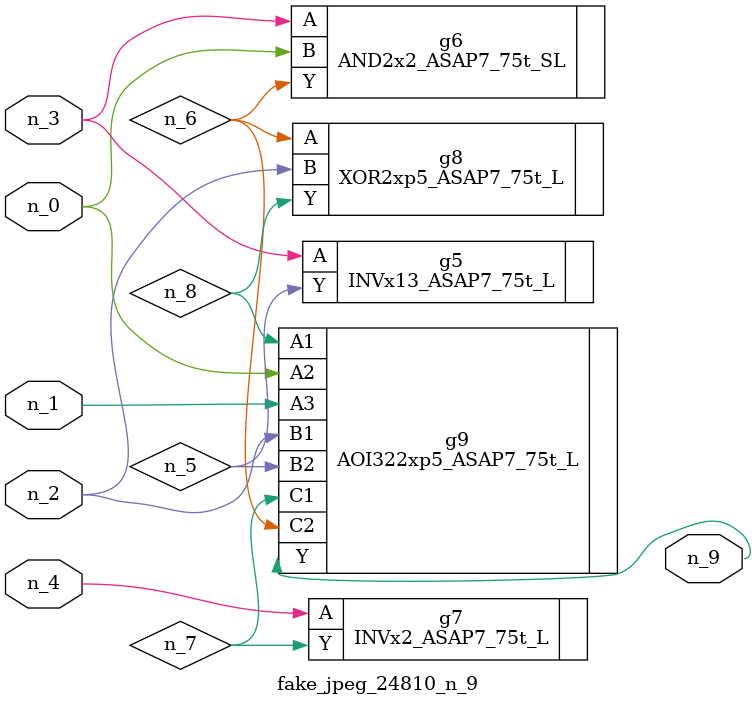
<source format=v>
module fake_jpeg_24810_n_9 (n_3, n_2, n_1, n_0, n_4, n_9);

input n_3;
input n_2;
input n_1;
input n_0;
input n_4;

output n_9;

wire n_8;
wire n_6;
wire n_5;
wire n_7;

INVx13_ASAP7_75t_L g5 ( 
.A(n_3),
.Y(n_5)
);

AND2x2_ASAP7_75t_SL g6 ( 
.A(n_3),
.B(n_0),
.Y(n_6)
);

INVx2_ASAP7_75t_L g7 ( 
.A(n_4),
.Y(n_7)
);

XOR2xp5_ASAP7_75t_L g8 ( 
.A(n_6),
.B(n_2),
.Y(n_8)
);

AOI322xp5_ASAP7_75t_L g9 ( 
.A1(n_8),
.A2(n_0),
.A3(n_1),
.B1(n_2),
.B2(n_5),
.C1(n_7),
.C2(n_6),
.Y(n_9)
);


endmodule
</source>
